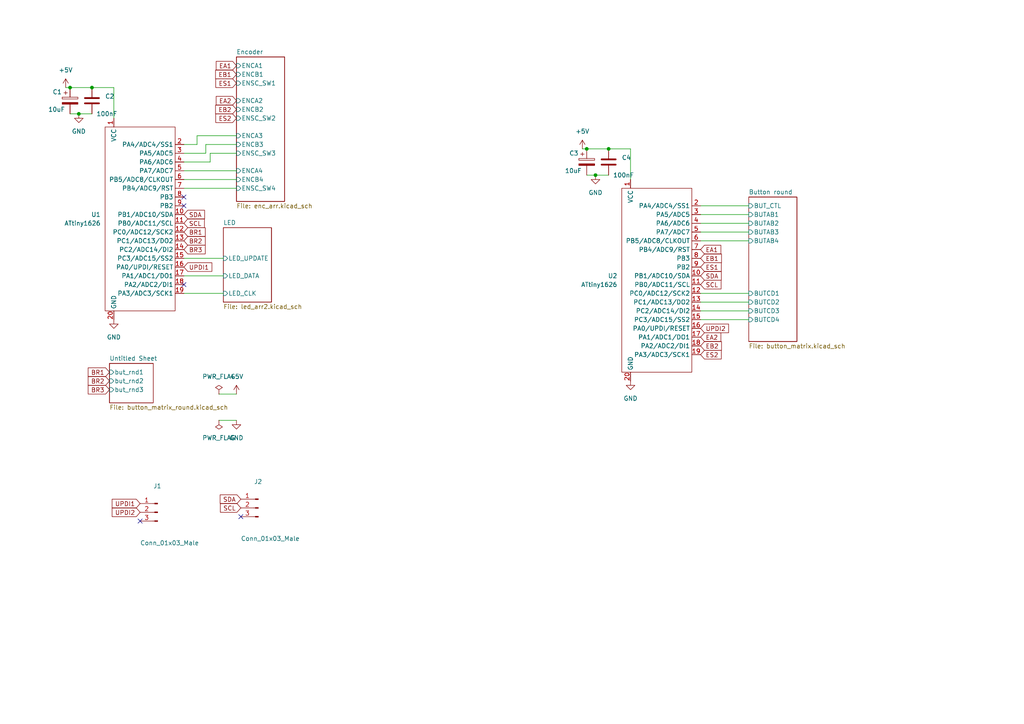
<source format=kicad_sch>
(kicad_sch (version 20230121) (generator eeschema)
  (paper "A4")
  (lib_symbols
    (symbol "3dAudioSym:ATtiny1626"
      (property "Reference" "U1" (at -12.1412 2.1785 0))
      (property "Value" "ATtiny1626" (at -12.1412 -0.5966 0))
      (symbol "ATtiny1626_0_0"
        (pin power_in line (at -8.89 30.48 270) (length 2.54) (name "VCC") (number "1"))
        (pin bidirectional line (at 11.43 2.54 180) (length 2.54) (name "PB1/ADC10/SDA") (number "10"))
        (pin bidirectional line (at 11.43 0 180) (length 2.54) (name "PB0/ADC11/SCL") (number "11"))
        (pin bidirectional line (at 11.43 -2.54 180) (length 2.54) (name "PC0/ADC12/SCK2") (number "12"))
        (pin bidirectional line (at 11.43 -5.08 180) (length 2.54) (name "PC1/ADC13/DO2") (number "13"))
        (pin bidirectional line (at 11.43 -7.62 180) (length 2.54) (name "PC2/ADC14/DI2") (number "14"))
        (pin bidirectional line (at 11.43 -10.16 180) (length 2.54) (name "PC3/ADC15/SS2") (number "15"))
        (pin bidirectional line (at 11.43 -12.7 180) (length 2.54) (name "PA0/UPDI/RESET") (number "16"))
        (pin bidirectional line (at 11.43 -15.24 180) (length 2.54) (name "PA1/ADC1/DO1") (number "17"))
        (pin bidirectional line (at 11.43 -17.78 180) (length 2.54) (name "PA2/ADC2/DI1") (number "18"))
        (pin bidirectional line (at 11.43 -20.32 180) (length 2.54) (name "PA3/ADC3/SCK1") (number "19"))
        (pin bidirectional line (at 11.43 22.86 180) (length 2.54) (name "PA4/ADC4/SS1") (number "2"))
        (pin power_in line (at -8.89 -27.94 90) (length 2.54) (name "GND") (number "20"))
        (pin bidirectional line (at 11.43 20.32 180) (length 2.54) (name "PA5/ADC5") (number "3"))
        (pin bidirectional line (at 11.43 17.78 180) (length 2.54) (name "PA6/ADC6") (number "4"))
        (pin bidirectional line (at 11.43 15.24 180) (length 2.54) (name "PA7/ADC7") (number "5"))
        (pin bidirectional line (at 11.43 12.7 180) (length 2.54) (name "PB5/ADC8/CLKOUT") (number "6"))
        (pin bidirectional line (at 11.43 10.16 180) (length 2.54) (name "PB4/ADC9/RST") (number "7"))
        (pin bidirectional line (at 11.43 7.62 180) (length 2.54) (name "PB3") (number "8"))
        (pin bidirectional line (at 11.43 5.08 180) (length 2.54) (name "PB2") (number "9"))
      )
      (symbol "ATtiny1626_0_1"
        (rectangle (start -11.43 27.94) (end 8.89 -25.4) (stroke (width 0.1524)))
      )
    )
    (symbol "3dAudioSym:C" (pin_numbers hide) (pin_names (offset 0.254))
      (property "Reference" "C" (at 0.635 2.54 0))
      (property "Value" "C" (at 0.635 -2.54 0))
      (symbol "C_0_1"
        (polyline (pts (xy -2.032 -0.762) (xy 2.032 -0.762)) (stroke (width 0.508)))
        (polyline (pts (xy -2.032 0.762) (xy 2.032 0.762)) (stroke (width 0.508)))
      )
      (symbol "C_1_1"
        (pin passive line (at 0 3.81 270) (length 2.794) (name "~") (number "1"))
        (pin passive line (at 0 -3.81 90) (length 2.794) (name "~") (number "2"))
      )
    )
    (symbol "3dAudioSym:C_Polarized" (pin_numbers hide) (pin_names (offset 0.254))
      (property "Reference" "C" (at 0.635 2.54 0))
      (property "Value" "C_Polarized" (at 0.635 -2.54 0))
      (symbol "C_Polarized_0_1"
        (rectangle (start -2.286 0.508) (end 2.286 1.016))
        (polyline (pts (xy -1.778 2.286) (xy -0.762 2.286)))
        (polyline (pts (xy -1.27 2.794) (xy -1.27 1.778)))
        (rectangle (start 2.286 -0.508) (end -2.286 -1.016) (fill (type outline)))
      )
      (symbol "C_Polarized_1_1"
        (pin passive line (at 0 3.81 270) (length 2.794) (name "~") (number "1"))
        (pin passive line (at 0 -3.81 90) (length 2.794) (name "~") (number "2"))
      )
    )
    (symbol "Connector:Conn_01x03_Male" (pin_names (offset 1.016) hide)
      (property "Reference" "J" (at 0 5.08 0))
      (property "Value" "Conn_01x03_Male" (at 0 -5.08 0))
      (symbol "Conn_01x03_Male_1_1"
        (polyline (pts (xy 1.27 -2.54) (xy 0.8636 -2.54)) (stroke (width 0.1524)))
        (polyline (pts (xy 1.27 0) (xy 0.8636 0)) (stroke (width 0.1524)))
        (polyline (pts (xy 1.27 2.54) (xy 0.8636 2.54)) (stroke (width 0.1524)))
        (rectangle (start 0.8636 -2.413) (end 0 -2.667) (stroke (width 0.1524)) (fill (type outline)))
        (rectangle (start 0.8636 0.127) (end 0 -0.127) (stroke (width 0.1524)) (fill (type outline)))
        (rectangle (start 0.8636 2.667) (end 0 2.413) (stroke (width 0.1524)) (fill (type outline)))
        (pin passive line (at 5.08 2.54 180) (length 3.81) (name "Pin_1") (number "1"))
        (pin passive line (at 5.08 0 180) (length 3.81) (name "Pin_2") (number "2"))
        (pin passive line (at 5.08 -2.54 180) (length 3.81) (name "Pin_3") (number "3"))
      )
    )
    (symbol "power:+5V" (power) (pin_names (offset 0))
      (property "Value" "+5V" (at 0 3.556 0))
      (symbol "+5V_0_1"
        (polyline (pts (xy -0.762 1.27) (xy 0 2.54)))
        (polyline (pts (xy 0 0) (xy 0 2.54)))
        (polyline (pts (xy 0 2.54) (xy 0.762 1.27)))
      )
      (symbol "+5V_1_1"
        (pin power_in line (at 0 0 90) (length 0) hide (name "+5V") (number "1"))
      )
    )
    (symbol "power:GND" (power) (pin_names (offset 0))
      (property "Value" "GND" (at 0 -3.81 0))
      (symbol "GND_0_1"
        (polyline (pts (xy 0 0) (xy 0 -1.27) (xy 1.27 -1.27) (xy 0 -2.54) (xy -1.27 -1.27) (xy 0 -1.27)))
      )
      (symbol "GND_1_1"
        (pin power_in line (at 0 0 270) (length 0) hide (name "GND") (number "1"))
      )
    )
    (symbol "power:PWR_FLAG" (power) (pin_numbers hide) (pin_names (offset 0) hide)
      (property "Value" "PWR_FLAG" (at 0 3.81 0))
      (symbol "PWR_FLAG_0_0"
        (pin power_out line (at 0 0 90) (length 0) (name "pwr") (number "1"))
      )
      (symbol "PWR_FLAG_0_1"
        (polyline (pts (xy 0 0) (xy 0 1.27) (xy -1.016 1.905) (xy 0 2.54) (xy 1.016 1.905) (xy 0 1.27)))
      )
    )
  )
  (junction (at 170.18 43.18))
  (junction (at 22.86 33.02))
  (junction (at 176.53 43.18))
  (junction (at 172.72 50.8))
  (junction (at 26.67 25.4))
  (junction (at 20.32 25.4))
  (no_connect (at 53.34 59.69))
  (no_connect (at 53.34 57.15))
  (no_connect (at 40.64 151.13))
  (no_connect (at 69.85 149.86))
  (no_connect (at 53.34 82.55))
  (wire (pts (xy 203.2 90.17) (xy 217.17 90.17)))
  (wire (pts (xy 203.2 87.63) (xy 217.17 87.63)))
  (wire (pts (xy 53.34 46.99) (xy 60.96 46.99)))
  (wire (pts (xy 19.05 25.4) (xy 20.32 25.4)))
  (wire (pts (xy 203.2 69.85) (xy 217.17 69.85)))
  (wire (pts (xy 53.34 52.07) (xy 68.58 52.07)))
  (wire (pts (xy 63.5 114.3) (xy 68.58 114.3)))
  (wire (pts (xy 203.2 62.23) (xy 217.17 62.23)))
  (wire (pts (xy 176.53 43.18) (xy 182.88 43.18)))
  (wire (pts (xy 33.02 25.4) (xy 33.02 34.29)))
  (wire (pts (xy 168.91 43.18) (xy 170.18 43.18)))
  (wire (pts (xy 60.96 44.45) (xy 68.58 44.45)))
  (wire (pts (xy 203.2 92.71) (xy 217.17 92.71)))
  (wire (pts (xy 170.18 50.8) (xy 172.72 50.8)))
  (wire (pts (xy 203.2 67.31) (xy 217.17 67.31)))
  (wire (pts (xy 57.15 41.91) (xy 57.15 39.37)))
  (wire (pts (xy 59.69 44.45) (xy 59.69 41.91)))
  (wire (pts (xy 203.2 85.09) (xy 217.17 85.09)))
  (wire (pts (xy 53.34 41.91) (xy 57.15 41.91)))
  (wire (pts (xy 60.96 46.99) (xy 60.96 44.45)))
  (wire (pts (xy 59.69 41.91) (xy 68.58 41.91)))
  (wire (pts (xy 63.5 121.92) (xy 68.58 121.92)))
  (wire (pts (xy 203.2 64.77) (xy 217.17 64.77)))
  (wire (pts (xy 53.34 80.01) (xy 64.77 80.01)))
  (wire (pts (xy 53.34 74.93) (xy 64.77 74.93)))
  (wire (pts (xy 203.2 59.69) (xy 217.17 59.69)))
  (wire (pts (xy 57.15 39.37) (xy 68.58 39.37)))
  (wire (pts (xy 53.34 54.61) (xy 68.58 54.61)))
  (wire (pts (xy 53.34 44.45) (xy 59.69 44.45)))
  (wire (pts (xy 170.18 43.18) (xy 176.53 43.18)))
  (wire (pts (xy 22.86 33.02) (xy 26.67 33.02)))
  (wire (pts (xy 20.32 33.02) (xy 22.86 33.02)))
  (wire (pts (xy 182.88 43.18) (xy 182.88 52.07)))
  (wire (pts (xy 53.34 49.53) (xy 68.58 49.53)))
  (wire (pts (xy 20.32 25.4) (xy 26.67 25.4)))
  (wire (pts (xy 172.72 50.8) (xy 176.53 50.8)))
  (wire (pts (xy 26.67 25.4) (xy 33.02 25.4)))
  (wire (pts (xy 53.34 85.09) (xy 64.77 85.09)))
  (global_label "ES2" (shape input) (at 68.58 34.29 180) (property "Intersheetrefs" "${INTERSHEET_REFS}" (effects hide)))
  (global_label "EB2" (shape input) (at 68.58 31.75 180) (property "Intersheetrefs" "${INTERSHEET_REFS}" (effects hide)))
  (global_label "EA1" (shape input) (at 203.2 72.39 0) (property "Intersheetrefs" "${INTERSHEET_REFS}" (effects hide)))
  (global_label "UPDI2" (shape input) (at 40.64 148.59 180) (property "Intersheetrefs" "${INTERSHEET_REFS}" (effects hide)))
  (global_label "BR3" (shape input) (at 31.75 113.03 180) (property "Intersheetrefs" "${INTERSHEET_REFS}" (effects hide)))
  (global_label "UPDI1" (shape input) (at 40.64 146.05 180) (property "Intersheetrefs" "${INTERSHEET_REFS}" (effects hide)))
  (global_label "EB1" (shape input) (at 203.2 74.93 0) (property "Intersheetrefs" "${INTERSHEET_REFS}" (effects hide)))
  (global_label "SCL" (shape input) (at 53.34 64.77 0) (property "Intersheetrefs" "${INTERSHEET_REFS}" (effects hide)))
  (global_label "UPDI2" (shape input) (at 203.2 95.25 0) (property "Intersheetrefs" "${INTERSHEET_REFS}" (effects hide)))
  (global_label "BR1" (shape input) (at 31.75 107.95 180) (property "Intersheetrefs" "${INTERSHEET_REFS}" (effects hide)))
  (global_label "SCL" (shape input) (at 203.2 82.55 0) (property "Intersheetrefs" "${INTERSHEET_REFS}" (effects hide)))
  (global_label "EB2" (shape input) (at 203.2 100.33 0) (property "Intersheetrefs" "${INTERSHEET_REFS}" (effects hide)))
  (global_label "BR2" (shape input) (at 31.75 110.49 180) (property "Intersheetrefs" "${INTERSHEET_REFS}" (effects hide)))
  (global_label "UPDI1" (shape input) (at 53.34 77.47 0) (property "Intersheetrefs" "${INTERSHEET_REFS}" (effects hide)))
  (global_label "BR2" (shape input) (at 53.34 69.85 0) (property "Intersheetrefs" "${INTERSHEET_REFS}" (effects hide)))
  (global_label "SDA" (shape input) (at 69.85 144.78 180) (property "Intersheetrefs" "${INTERSHEET_REFS}" (effects hide)))
  (global_label "BR1" (shape input) (at 53.34 67.31 0) (property "Intersheetrefs" "${INTERSHEET_REFS}" (effects hide)))
  (global_label "BR3" (shape input) (at 53.34 72.39 0) (property "Intersheetrefs" "${INTERSHEET_REFS}" (effects hide)))
  (global_label "SDA" (shape input) (at 53.34 62.23 0) (property "Intersheetrefs" "${INTERSHEET_REFS}" (effects hide)))
  (global_label "EA2" (shape input) (at 68.58 29.21 180) (property "Intersheetrefs" "${INTERSHEET_REFS}" (effects hide)))
  (global_label "EA1" (shape input) (at 68.58 19.05 180) (property "Intersheetrefs" "${INTERSHEET_REFS}" (effects hide)))
  (global_label "EB1" (shape input) (at 68.58 21.59 180) (property "Intersheetrefs" "${INTERSHEET_REFS}" (effects hide)))
  (global_label "ES1" (shape input) (at 203.2 77.47 0) (property "Intersheetrefs" "${INTERSHEET_REFS}" (effects hide)))
  (global_label "ES1" (shape input) (at 68.58 24.13 180) (property "Intersheetrefs" "${INTERSHEET_REFS}" (effects hide)))
  (global_label "EA2" (shape input) (at 203.2 97.79 0) (property "Intersheetrefs" "${INTERSHEET_REFS}" (effects hide)))
  (global_label "SDA" (shape input) (at 203.2 80.01 0) (property "Intersheetrefs" "${INTERSHEET_REFS}" (effects hide)))
  (global_label "SCL" (shape input) (at 69.85 147.32 180) (property "Intersheetrefs" "${INTERSHEET_REFS}" (effects hide)))
  (global_label "ES2" (shape input) (at 203.2 102.87 0) (property "Intersheetrefs" "${INTERSHEET_REFS}" (effects hide)))
  (symbol (lib_id "Connector:Conn_01x03_Male") (at 45.72 148.59 0) (mirror y) (unit 1)
    (property "Reference" "J1" (at 44.45 140.97 0) (effects (justify right)))
    (property "Value" "Conn_01x03_Male" (at 40.64 157.48 0) (effects (justify right)))
    (property "Footprint" "Connector_Molex:Molex_KK-254_AE-6410-03A_1x03_P2.54mm_Vertical" (effects hide))
  )
  (symbol (lib_id "power:PWR_FLAG") (at 63.5 121.92 180) (unit 1)
    (property "Reference" "#FLG02" (effects hide))
    (property "Value" "PWR_FLAG" (at 63.5 127 0))
  )
  (symbol (lib_id "3dAudioSym:C_Polarized") (at 20.32 29.21 0) (unit 1)
    (property "Reference" "C1" (at 15.24 26.67 0) (effects (justify left)))
    (property "Value" "10uF" (at 13.97 31.75 0) (effects (justify left)))
    (property "Footprint" "Capacitor_THT:CP_Radial_D4.0mm_P1.50mm" (effects hide))
  )
  (symbol (lib_id "power:GND") (at 68.58 121.92 0) (unit 1)
    (property "Reference" "#PWR05" (effects hide))
    (property "Value" "GND" (at 68.58 127 0))
  )
  (symbol (lib_id "3dAudioSym:C") (at 176.53 46.99 0) (unit 1)
    (property "Reference" "C4" (at 180.34 45.7199 0) (effects (justify left)))
    (property "Value" "100nF" (at 177.8 50.8 0) (effects (justify left)))
    (property "Footprint" "Capacitor_SMD:C_1206_3216Metric_Pad1.33x1.80mm_HandSolder" (effects hide))
  )
  (symbol (lib_id "Connector:Conn_01x03_Male") (at 74.93 147.32 0) (mirror y) (unit 1)
    (property "Reference" "J2" (at 73.66 139.7 0) (effects (justify right)))
    (property "Value" "Conn_01x03_Male" (at 69.85 156.21 0) (effects (justify right)))
    (property "Footprint" "Connector_Molex:Molex_KK-254_AE-6410-03A_1x03_P2.54mm_Vertical" (effects hide))
  )
  (symbol (lib_id "power:+5V") (at 68.58 114.3 0) (unit 1)
    (property "Reference" "#PWR04" (effects hide))
    (property "Value" "+5V" (at 68.58 109.22 0))
  )
  (symbol (lib_id "3dAudioSym:C_Polarized") (at 170.18 46.99 0) (unit 1)
    (property "Reference" "C3" (at 165.1 44.45 0) (effects (justify left)))
    (property "Value" "10uF" (at 163.83 49.53 0) (effects (justify left)))
    (property "Footprint" "Capacitor_THT:CP_Radial_D4.0mm_P1.50mm" (effects hide))
  )
  (symbol (lib_id "power:GND") (at 22.86 33.02 0) (unit 1)
    (property "Reference" "#PWR02" (effects hide))
    (property "Value" "GND" (at 22.86 38.1 0))
  )
  (symbol (lib_id "power:GND") (at 172.72 50.8 0) (unit 1)
    (property "Reference" "#PWR07" (effects hide))
    (property "Value" "GND" (at 172.72 55.88 0))
  )
  (symbol (lib_id "power:PWR_FLAG") (at 63.5 114.3 0) (unit 1)
    (property "Reference" "#FLG01" (effects hide))
    (property "Value" "PWR_FLAG" (at 63.5 109.22 0))
  )
  (symbol (lib_id "3dAudioSym:ATtiny1626") (at 191.77 82.55 0) (unit 1)
    (property "Reference" "U2" (at 179.07 80.0099 0) (effects (justify right)))
    (property "Value" "ATtiny1626" (at 179.07 82.5499 0) (effects (justify right)))
    (property "Footprint" "3dAudioFoot:attiny1626" (effects hide))
  )
  (symbol (lib_id "power:GND") (at 33.02 92.71 0) (unit 1)
    (property "Reference" "#PWR03" (effects hide))
    (property "Value" "GND" (at 33.02 97.79 0))
  )
  (symbol (lib_id "power:+5V") (at 19.05 25.4 0) (unit 1)
    (property "Reference" "#PWR01" (effects hide))
    (property "Value" "+5V" (at 19.05 20.32 0))
  )
  (symbol (lib_id "power:GND") (at 182.88 110.49 0) (unit 1)
    (property "Reference" "#PWR08" (effects hide))
    (property "Value" "GND" (at 182.88 115.57 0))
  )
  (symbol (lib_id "3dAudioSym:C") (at 26.67 29.21 0) (unit 1)
    (property "Reference" "C2" (at 30.48 27.9399 0) (effects (justify left)))
    (property "Value" "100nF" (at 27.94 33.02 0) (effects (justify left)))
    (property "Footprint" "Capacitor_SMD:C_1206_3216Metric_Pad1.33x1.80mm_HandSolder" (effects hide))
  )
  (symbol (lib_id "3dAudioSym:ATtiny1626") (at 41.91 64.77 0) (unit 1)
    (property "Reference" "U1" (at 29.21 62.2299 0) (effects (justify right)))
    (property "Value" "ATtiny1626" (at 29.21 64.7699 0) (effects (justify right)))
    (property "Footprint" "3dAudioFoot:attiny1626" (effects hide))
  )
  (symbol (lib_id "power:+5V") (at 168.91 43.18 0) (unit 1)
    (property "Reference" "#PWR06" (effects hide))
    (property "Value" "+5V" (at 168.91 38.1 0))
  )
  (sheet (at 64.77 66.04) (size 13.97 21.59) (stroke (width 0.1524))
    (property "Sheetname" "LED" (at 64.77 65.3284 0) (effects (justify left bottom)))
    (property "Sheetfile" "led_arr2.kicad_sch" (at 64.77 88.2146 0) (effects (justify left top)))
    (pin "LED_CLK" input (at 64.77 85.09 180))
    (pin "LED_DATA" input (at 64.77 80.01 180))
    (pin "LED_UPDATE" input (at 64.77 74.93 180))
  )
  (sheet (at 68.58 16.51) (size 13.97 41.91) (stroke (width 0.1524))
    (property "Sheetname" "Encoder" (at 68.58 15.7984 0) (effects (justify left bottom)))
    (property "Sheetfile" "enc_arr.kicad_sch" (at 68.58 59.0046 0) (effects (justify left top)))
    (pin "ENCB3" input (at 68.58 41.91 180))
    (pin "ENCA3" input (at 68.58 39.37 180))
    (pin "ENCB1" input (at 68.58 21.59 180))
    (pin "ENCA1" input (at 68.58 19.05 180))
    (pin "ENSC_SW3" input (at 68.58 44.45 180))
    (pin "ENCA2" input (at 68.58 29.21 180))
    (pin "ENCB2" input (at 68.58 31.75 180))
    (pin "ENSC_SW2" input (at 68.58 34.29 180))
    (pin "ENSC_SW1" input (at 68.58 24.13 180))
    (pin "ENSC_SW4" input (at 68.58 54.61 180))
    (pin "ENCA4" input (at 68.58 49.53 180))
    (pin "ENCB4" input (at 68.58 52.07 180))
  )
  (sheet (at 217.17 57.15) (size 13.97 41.91) (stroke (width 0.1524))
    (property "Sheetname" "Button round" (at 217.17 56.4384 0) (effects (justify left bottom)))
    (property "Sheetfile" "button_matrix.kicad_sch" (at 217.17 99.6446 0) (effects (justify left top)))
    (pin "BUTCD4" input (at 217.17 92.71 180))
    (pin "BUTCD1" input (at 217.17 85.09 180))
    (pin "BUTAB2" input (at 217.17 64.77 180))
    (pin "BUTAB3" input (at 217.17 67.31 180))
    (pin "BUTCD2" input (at 217.17 87.63 180))
    (pin "BUTCD3" input (at 217.17 90.17 180))
    (pin "BUT_CTL" input (at 217.17 59.69 180))
    (pin "BUTAB1" input (at 217.17 62.23 180))
    (pin "BUTAB4" input (at 217.17 69.85 180))
  )
  (sheet (at 31.75 105.41) (size 12.7 11.43) (stroke (width 0.1524))
    (property "Sheetname" "Untitled Sheet" (at 31.75 104.6984 0) (effects (justify left bottom)))
    (property "Sheetfile" "button_matrix_round.kicad_sch" (at 31.75 117.4246 0) (effects (justify left top)))
    (pin "but_rnd1" input (at 31.75 107.95 180))
    (pin "but_rnd2" input (at 31.75 110.49 180))
    (pin "but_rnd3" input (at 31.75 113.03 180))
  )
)
</source>
